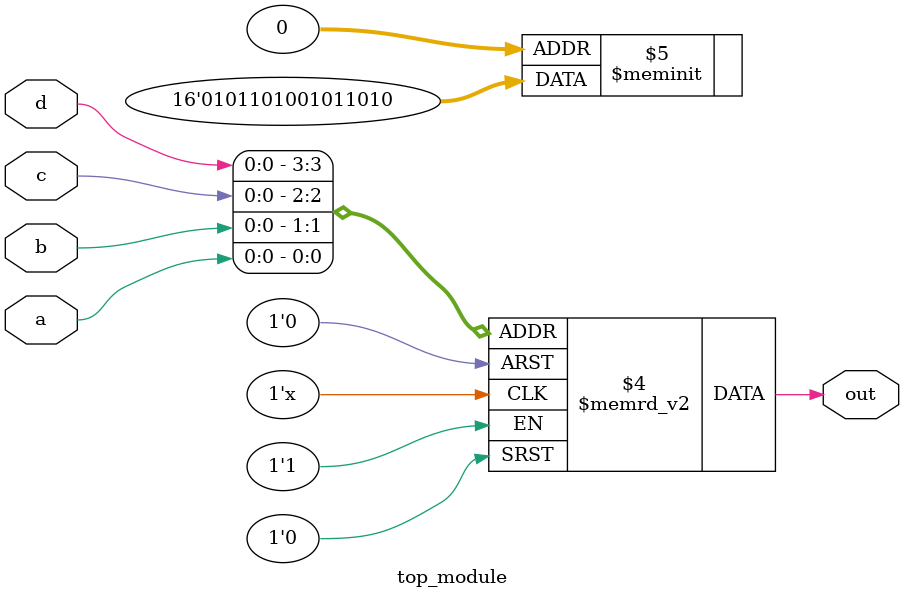
<source format=sv>
module top_module (
    input a, 
    input b,
    input c,
    input d,
    output reg out
);

    always @(*) begin
        case ({d, c, b, a})
            4'b0000: out = 1'b0;
            4'b0001: out = 1'b1;
            4'b0010: out = 1'b0;
            4'b0011: out = 1'b1;
            4'b0100: out = 1'b1;
            4'b0101: out = 1'b0;
            4'b0110: out = 1'b1;
            4'b0111: out = 1'b0;
            4'b1000: out = 1'b0;
            4'b1001: out = 1'b1;
            4'b1010: out = 1'b0;
            4'b1011: out = 1'b1;
            4'b1100: out = 1'b1;
            4'b1101: out = 1'b0;
            4'b1110: out = 1'b1;
            4'b1111: out = 1'b0;
            default: out = 1'b0;
        endcase
    end

endmodule

</source>
